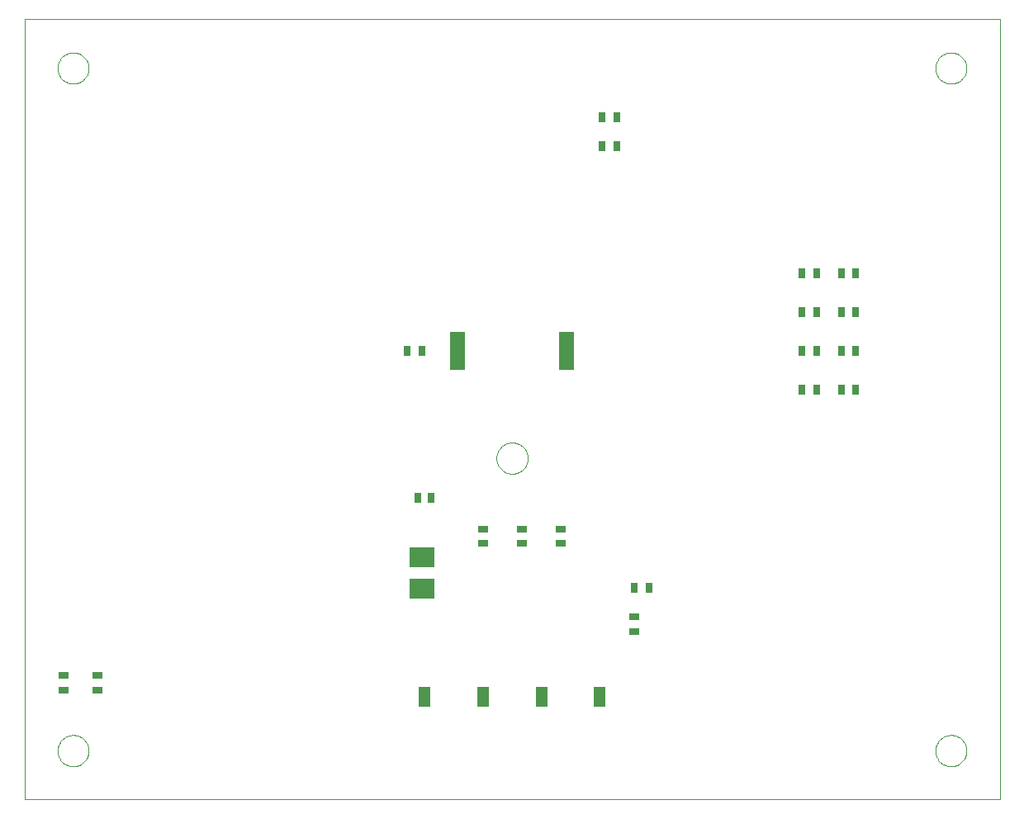
<source format=gtp>
G75*
%MOIN*%
%OFA0B0*%
%FSLAX24Y24*%
%IPPOS*%
%LPD*%
%AMOC8*
5,1,8,0,0,1.08239X$1,22.5*
%
%ADD10C,0.0000*%
%ADD11R,0.0630X0.1575*%
%ADD12R,0.0315X0.0394*%
%ADD13R,0.0394X0.0315*%
%ADD14R,0.1024X0.0787*%
%ADD15R,0.0512X0.0787*%
D10*
X000179Y000847D02*
X000179Y032343D01*
X039549Y032343D01*
X039549Y000847D01*
X000179Y000847D01*
X001517Y002816D02*
X001519Y002866D01*
X001525Y002916D01*
X001535Y002965D01*
X001549Y003013D01*
X001566Y003060D01*
X001587Y003105D01*
X001612Y003149D01*
X001640Y003190D01*
X001672Y003229D01*
X001706Y003266D01*
X001743Y003300D01*
X001783Y003330D01*
X001825Y003357D01*
X001869Y003381D01*
X001915Y003402D01*
X001962Y003418D01*
X002010Y003431D01*
X002060Y003440D01*
X002109Y003445D01*
X002160Y003446D01*
X002210Y003443D01*
X002259Y003436D01*
X002308Y003425D01*
X002356Y003410D01*
X002402Y003392D01*
X002447Y003370D01*
X002490Y003344D01*
X002531Y003315D01*
X002570Y003283D01*
X002606Y003248D01*
X002638Y003210D01*
X002668Y003170D01*
X002695Y003127D01*
X002718Y003083D01*
X002737Y003037D01*
X002753Y002989D01*
X002765Y002940D01*
X002773Y002891D01*
X002777Y002841D01*
X002777Y002791D01*
X002773Y002741D01*
X002765Y002692D01*
X002753Y002643D01*
X002737Y002595D01*
X002718Y002549D01*
X002695Y002505D01*
X002668Y002462D01*
X002638Y002422D01*
X002606Y002384D01*
X002570Y002349D01*
X002531Y002317D01*
X002490Y002288D01*
X002447Y002262D01*
X002402Y002240D01*
X002356Y002222D01*
X002308Y002207D01*
X002259Y002196D01*
X002210Y002189D01*
X002160Y002186D01*
X002109Y002187D01*
X002060Y002192D01*
X002010Y002201D01*
X001962Y002214D01*
X001915Y002230D01*
X001869Y002251D01*
X001825Y002275D01*
X001783Y002302D01*
X001743Y002332D01*
X001706Y002366D01*
X001672Y002403D01*
X001640Y002442D01*
X001612Y002483D01*
X001587Y002527D01*
X001566Y002572D01*
X001549Y002619D01*
X001535Y002667D01*
X001525Y002716D01*
X001519Y002766D01*
X001517Y002816D01*
X019234Y014627D02*
X019236Y014677D01*
X019242Y014727D01*
X019252Y014776D01*
X019266Y014824D01*
X019283Y014871D01*
X019304Y014916D01*
X019329Y014960D01*
X019357Y015001D01*
X019389Y015040D01*
X019423Y015077D01*
X019460Y015111D01*
X019500Y015141D01*
X019542Y015168D01*
X019586Y015192D01*
X019632Y015213D01*
X019679Y015229D01*
X019727Y015242D01*
X019777Y015251D01*
X019826Y015256D01*
X019877Y015257D01*
X019927Y015254D01*
X019976Y015247D01*
X020025Y015236D01*
X020073Y015221D01*
X020119Y015203D01*
X020164Y015181D01*
X020207Y015155D01*
X020248Y015126D01*
X020287Y015094D01*
X020323Y015059D01*
X020355Y015021D01*
X020385Y014981D01*
X020412Y014938D01*
X020435Y014894D01*
X020454Y014848D01*
X020470Y014800D01*
X020482Y014751D01*
X020490Y014702D01*
X020494Y014652D01*
X020494Y014602D01*
X020490Y014552D01*
X020482Y014503D01*
X020470Y014454D01*
X020454Y014406D01*
X020435Y014360D01*
X020412Y014316D01*
X020385Y014273D01*
X020355Y014233D01*
X020323Y014195D01*
X020287Y014160D01*
X020248Y014128D01*
X020207Y014099D01*
X020164Y014073D01*
X020119Y014051D01*
X020073Y014033D01*
X020025Y014018D01*
X019976Y014007D01*
X019927Y014000D01*
X019877Y013997D01*
X019826Y013998D01*
X019777Y014003D01*
X019727Y014012D01*
X019679Y014025D01*
X019632Y014041D01*
X019586Y014062D01*
X019542Y014086D01*
X019500Y014113D01*
X019460Y014143D01*
X019423Y014177D01*
X019389Y014214D01*
X019357Y014253D01*
X019329Y014294D01*
X019304Y014338D01*
X019283Y014383D01*
X019266Y014430D01*
X019252Y014478D01*
X019242Y014527D01*
X019236Y014577D01*
X019234Y014627D01*
X036950Y002816D02*
X036952Y002866D01*
X036958Y002916D01*
X036968Y002965D01*
X036982Y003013D01*
X036999Y003060D01*
X037020Y003105D01*
X037045Y003149D01*
X037073Y003190D01*
X037105Y003229D01*
X037139Y003266D01*
X037176Y003300D01*
X037216Y003330D01*
X037258Y003357D01*
X037302Y003381D01*
X037348Y003402D01*
X037395Y003418D01*
X037443Y003431D01*
X037493Y003440D01*
X037542Y003445D01*
X037593Y003446D01*
X037643Y003443D01*
X037692Y003436D01*
X037741Y003425D01*
X037789Y003410D01*
X037835Y003392D01*
X037880Y003370D01*
X037923Y003344D01*
X037964Y003315D01*
X038003Y003283D01*
X038039Y003248D01*
X038071Y003210D01*
X038101Y003170D01*
X038128Y003127D01*
X038151Y003083D01*
X038170Y003037D01*
X038186Y002989D01*
X038198Y002940D01*
X038206Y002891D01*
X038210Y002841D01*
X038210Y002791D01*
X038206Y002741D01*
X038198Y002692D01*
X038186Y002643D01*
X038170Y002595D01*
X038151Y002549D01*
X038128Y002505D01*
X038101Y002462D01*
X038071Y002422D01*
X038039Y002384D01*
X038003Y002349D01*
X037964Y002317D01*
X037923Y002288D01*
X037880Y002262D01*
X037835Y002240D01*
X037789Y002222D01*
X037741Y002207D01*
X037692Y002196D01*
X037643Y002189D01*
X037593Y002186D01*
X037542Y002187D01*
X037493Y002192D01*
X037443Y002201D01*
X037395Y002214D01*
X037348Y002230D01*
X037302Y002251D01*
X037258Y002275D01*
X037216Y002302D01*
X037176Y002332D01*
X037139Y002366D01*
X037105Y002403D01*
X037073Y002442D01*
X037045Y002483D01*
X037020Y002527D01*
X036999Y002572D01*
X036982Y002619D01*
X036968Y002667D01*
X036958Y002716D01*
X036952Y002766D01*
X036950Y002816D01*
X036950Y030375D02*
X036952Y030425D01*
X036958Y030475D01*
X036968Y030524D01*
X036982Y030572D01*
X036999Y030619D01*
X037020Y030664D01*
X037045Y030708D01*
X037073Y030749D01*
X037105Y030788D01*
X037139Y030825D01*
X037176Y030859D01*
X037216Y030889D01*
X037258Y030916D01*
X037302Y030940D01*
X037348Y030961D01*
X037395Y030977D01*
X037443Y030990D01*
X037493Y030999D01*
X037542Y031004D01*
X037593Y031005D01*
X037643Y031002D01*
X037692Y030995D01*
X037741Y030984D01*
X037789Y030969D01*
X037835Y030951D01*
X037880Y030929D01*
X037923Y030903D01*
X037964Y030874D01*
X038003Y030842D01*
X038039Y030807D01*
X038071Y030769D01*
X038101Y030729D01*
X038128Y030686D01*
X038151Y030642D01*
X038170Y030596D01*
X038186Y030548D01*
X038198Y030499D01*
X038206Y030450D01*
X038210Y030400D01*
X038210Y030350D01*
X038206Y030300D01*
X038198Y030251D01*
X038186Y030202D01*
X038170Y030154D01*
X038151Y030108D01*
X038128Y030064D01*
X038101Y030021D01*
X038071Y029981D01*
X038039Y029943D01*
X038003Y029908D01*
X037964Y029876D01*
X037923Y029847D01*
X037880Y029821D01*
X037835Y029799D01*
X037789Y029781D01*
X037741Y029766D01*
X037692Y029755D01*
X037643Y029748D01*
X037593Y029745D01*
X037542Y029746D01*
X037493Y029751D01*
X037443Y029760D01*
X037395Y029773D01*
X037348Y029789D01*
X037302Y029810D01*
X037258Y029834D01*
X037216Y029861D01*
X037176Y029891D01*
X037139Y029925D01*
X037105Y029962D01*
X037073Y030001D01*
X037045Y030042D01*
X037020Y030086D01*
X036999Y030131D01*
X036982Y030178D01*
X036968Y030226D01*
X036958Y030275D01*
X036952Y030325D01*
X036950Y030375D01*
X001517Y030375D02*
X001519Y030425D01*
X001525Y030475D01*
X001535Y030524D01*
X001549Y030572D01*
X001566Y030619D01*
X001587Y030664D01*
X001612Y030708D01*
X001640Y030749D01*
X001672Y030788D01*
X001706Y030825D01*
X001743Y030859D01*
X001783Y030889D01*
X001825Y030916D01*
X001869Y030940D01*
X001915Y030961D01*
X001962Y030977D01*
X002010Y030990D01*
X002060Y030999D01*
X002109Y031004D01*
X002160Y031005D01*
X002210Y031002D01*
X002259Y030995D01*
X002308Y030984D01*
X002356Y030969D01*
X002402Y030951D01*
X002447Y030929D01*
X002490Y030903D01*
X002531Y030874D01*
X002570Y030842D01*
X002606Y030807D01*
X002638Y030769D01*
X002668Y030729D01*
X002695Y030686D01*
X002718Y030642D01*
X002737Y030596D01*
X002753Y030548D01*
X002765Y030499D01*
X002773Y030450D01*
X002777Y030400D01*
X002777Y030350D01*
X002773Y030300D01*
X002765Y030251D01*
X002753Y030202D01*
X002737Y030154D01*
X002718Y030108D01*
X002695Y030064D01*
X002668Y030021D01*
X002638Y029981D01*
X002606Y029943D01*
X002570Y029908D01*
X002531Y029876D01*
X002490Y029847D01*
X002447Y029821D01*
X002402Y029799D01*
X002356Y029781D01*
X002308Y029766D01*
X002259Y029755D01*
X002210Y029748D01*
X002160Y029745D01*
X002109Y029746D01*
X002060Y029751D01*
X002010Y029760D01*
X001962Y029773D01*
X001915Y029789D01*
X001869Y029810D01*
X001825Y029834D01*
X001783Y029861D01*
X001743Y029891D01*
X001706Y029925D01*
X001672Y029962D01*
X001640Y030001D01*
X001612Y030042D01*
X001587Y030086D01*
X001566Y030131D01*
X001549Y030178D01*
X001535Y030226D01*
X001525Y030275D01*
X001519Y030325D01*
X001517Y030375D01*
D11*
X017659Y018957D03*
X022069Y018957D03*
D12*
X016222Y018957D03*
X015631Y018957D03*
X016045Y013013D03*
X016596Y013013D03*
X024805Y009391D03*
X025395Y009391D03*
X031576Y017383D03*
X032167Y017383D03*
X033151Y017383D03*
X033742Y017383D03*
X033742Y018957D03*
X033151Y018957D03*
X032167Y018957D03*
X031576Y018957D03*
X031576Y020532D03*
X032167Y020532D03*
X033151Y020532D03*
X033742Y020532D03*
X033742Y022107D03*
X033151Y022107D03*
X032167Y022107D03*
X031576Y022107D03*
X024096Y027225D03*
X023506Y027225D03*
X023506Y028406D03*
X024096Y028406D03*
D13*
X021832Y011772D03*
X021832Y011182D03*
X020257Y011182D03*
X020257Y011772D03*
X018683Y011772D03*
X018683Y011182D03*
X024785Y008229D03*
X024785Y007639D03*
X003131Y005867D03*
X003131Y005276D03*
X001754Y005276D03*
X001754Y005867D03*
D14*
X016242Y009351D03*
X016242Y010611D03*
D15*
X016320Y004981D03*
X018683Y004981D03*
X021045Y004981D03*
X023407Y004981D03*
M02*

</source>
